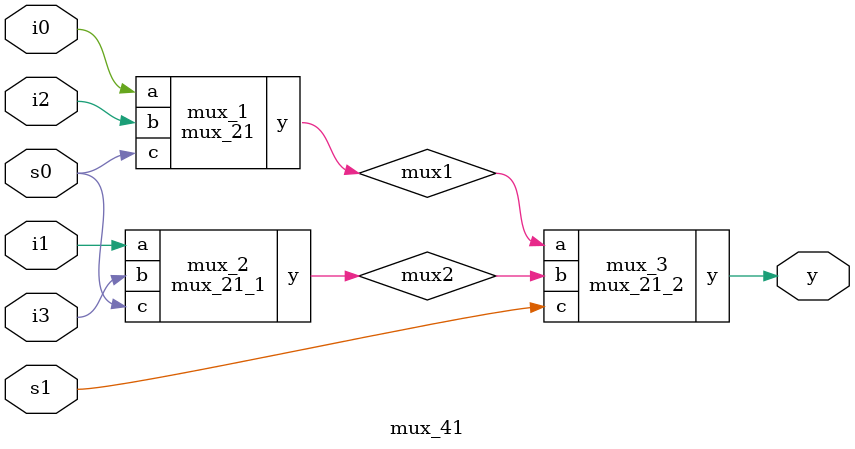
<source format=v>


// Verification Directory fv/mux_41 

module mux_21(a, b, c, y);
  input a, b, c;
  output y;
  wire a, b, c;
  wire y;
  MX2X1 g24(.A (a), .B (b), .S0 (c), .Y (y));
endmodule

module mux_21_1(a, b, c, y);
  input a, b, c;
  output y;
  wire a, b, c;
  wire y;
  MX2X1 g24(.A (a), .B (b), .S0 (c), .Y (y));
endmodule

module mux_21_2(a, b, c, y);
  input a, b, c;
  output y;
  wire a, b, c;
  wire y;
  MX2X1 g24(.A (a), .B (b), .S0 (c), .Y (y));
endmodule

module mux_41(i0, i1, i2, i3, s0, s1, y);
  input i0, i1, i2, i3, s0, s1;
  output y;
  wire i0, i1, i2, i3, s0, s1;
  wire y;
  wire mux1, mux2;
  mux_21 mux_1(i0, i2, s0, mux1);
  mux_21_1 mux_2(i1, i3, s0, mux2);
  mux_21_2 mux_3(mux1, mux2, s1, y);
endmodule


</source>
